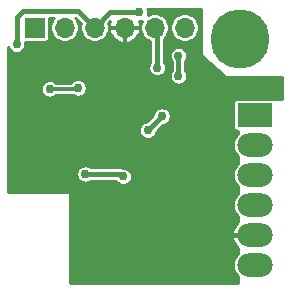
<source format=gbr>
%TF.GenerationSoftware,KiCad,Pcbnew,(5.1.6)-1*%
%TF.CreationDate,2021-08-06T10:58:56-04:00*%
%TF.ProjectId,RemoteTemp - MSP430 - RS422,52656d6f-7465-4546-956d-70202d204d53,rev?*%
%TF.SameCoordinates,Original*%
%TF.FileFunction,Copper,L2,Bot*%
%TF.FilePolarity,Positive*%
%FSLAX46Y46*%
G04 Gerber Fmt 4.6, Leading zero omitted, Abs format (unit mm)*
G04 Created by KiCad (PCBNEW (5.1.6)-1) date 2021-08-06 10:58:56*
%MOMM*%
%LPD*%
G01*
G04 APERTURE LIST*
%TA.AperFunction,ComponentPad*%
%ADD10C,5.000000*%
%TD*%
%TA.AperFunction,ComponentPad*%
%ADD11R,3.000000X2.000000*%
%TD*%
%TA.AperFunction,ComponentPad*%
%ADD12O,3.000000X2.000000*%
%TD*%
%TA.AperFunction,ComponentPad*%
%ADD13R,1.700000X1.700000*%
%TD*%
%TA.AperFunction,ComponentPad*%
%ADD14O,1.700000X1.700000*%
%TD*%
%TA.AperFunction,ViaPad*%
%ADD15C,0.750000*%
%TD*%
%TA.AperFunction,Conductor*%
%ADD16C,0.400000*%
%TD*%
%TA.AperFunction,Conductor*%
%ADD17C,0.300000*%
%TD*%
%TA.AperFunction,Conductor*%
%ADD18C,0.230000*%
%TD*%
G04 APERTURE END LIST*
D10*
%TO.P,H1,1*%
%TO.N,Net-(C8-Pad1)*%
X152000000Y-86000000D03*
%TD*%
D11*
%TO.P,J1,1*%
%TO.N,/RS485A_RS422Y*%
X153300000Y-92400000D03*
D12*
%TO.P,J1,2*%
%TO.N,/RS485B_RS422Z*%
X153300000Y-94940000D03*
%TO.P,J1,3*%
%TO.N,/RS422_A*%
X153300000Y-97480000D03*
%TO.P,J1,4*%
%TO.N,/RS422_B*%
X153300000Y-100020000D03*
%TO.P,J1,5*%
%TO.N,GND*%
X153300000Y-102560000D03*
%TO.P,J1,6*%
%TO.N,VBUS*%
X153300000Y-105100000D03*
%TD*%
D13*
%TO.P,J2,1*%
%TO.N,SBWTCK*%
X134620000Y-85000000D03*
D14*
%TO.P,J2,2*%
%TO.N,SBWTDIO*%
X137160000Y-85000000D03*
%TO.P,J2,3*%
%TO.N,VDD*%
X139700000Y-85000000D03*
%TO.P,J2,4*%
%TO.N,GND*%
X142240000Y-85000000D03*
%TO.P,J2,5*%
%TO.N,UART_RXD*%
X144780000Y-85000000D03*
%TO.P,J2,6*%
%TO.N,UART_TXD*%
X147320000Y-85000000D03*
%TD*%
D15*
%TO.N,GND*%
X138950000Y-99200000D03*
X139550000Y-103749996D03*
X134600000Y-96900000D03*
X139300000Y-89600000D03*
X143700000Y-86300000D03*
X150800000Y-89900000D03*
X149700000Y-88600000D03*
X145500000Y-98900000D03*
X140900000Y-99100000D03*
X141500000Y-100200000D03*
X138500000Y-105900000D03*
X133300000Y-98200000D03*
X151100000Y-101200000D03*
X151100000Y-103800000D03*
X149700000Y-101200000D03*
X148200000Y-101200000D03*
X144700000Y-100600000D03*
X146100000Y-100800000D03*
X146800000Y-103100000D03*
X148200000Y-102300000D03*
X144100000Y-105700000D03*
X146000000Y-86300000D03*
X136400000Y-94800000D03*
X135400000Y-94800000D03*
X134400000Y-94800000D03*
X133400000Y-94800000D03*
X132700000Y-93800000D03*
X133900000Y-93800000D03*
X134900000Y-93800000D03*
X135900000Y-93800000D03*
X133900000Y-95800000D03*
X134900000Y-95800000D03*
X135900000Y-95800000D03*
X132700000Y-95800000D03*
X132700000Y-97200000D03*
X134300000Y-92300000D03*
X133200000Y-92300000D03*
X132700000Y-90800000D03*
X132700000Y-89600000D03*
X132700000Y-88400000D03*
X145400000Y-106200000D03*
X146600000Y-106200000D03*
X147900000Y-106200000D03*
X149200000Y-106200000D03*
X150500000Y-106200000D03*
X142300000Y-91700000D03*
X141400000Y-92500000D03*
X140400000Y-91800002D03*
X154500000Y-90700000D03*
X155000000Y-89700008D03*
X140800000Y-103400000D03*
%TO.N,VDD*%
X133100000Y-86400000D03*
X138900000Y-97400000D03*
X142125000Y-97600000D03*
X143500000Y-83700000D03*
%TO.N,UART_RXD*%
X145000000Y-88400000D03*
%TO.N,RLED*%
X135900000Y-90200000D03*
X138300000Y-90100000D03*
%TO.N,UART_TXD*%
X146800000Y-87400000D03*
X146800000Y-89100000D03*
X144200000Y-93700000D03*
X145399997Y-92500005D03*
%TD*%
D16*
%TO.N,VDD*%
X141000000Y-83700000D02*
X139700000Y-85000000D01*
X143500000Y-83700000D02*
X141000000Y-83700000D01*
X133600000Y-83600000D02*
X138300000Y-83600000D01*
X133100000Y-86400000D02*
X133100000Y-84100000D01*
X138300000Y-83600000D02*
X139700000Y-85000000D01*
X133100000Y-84100000D02*
X133600000Y-83600000D01*
X141925000Y-97400000D02*
X138900000Y-97400000D01*
X142125000Y-97600000D02*
X141925000Y-97400000D01*
%TO.N,UART_RXD*%
X145000000Y-85220000D02*
X144780000Y-85000000D01*
X145000000Y-88400000D02*
X145000000Y-85220000D01*
D17*
%TO.N,RLED*%
X135900000Y-90200000D02*
X138200000Y-90200000D01*
X138200000Y-90200000D02*
X138300000Y-90100000D01*
D16*
%TO.N,UART_TXD*%
X144200002Y-93700000D02*
X145399997Y-92500005D01*
X144200000Y-93700000D02*
X144200002Y-93700000D01*
X146800000Y-89100000D02*
X146800000Y-87400000D01*
%TD*%
D18*
%TO.N,GND*%
G36*
X148685000Y-87254007D02*
G01*
X148688154Y-87280755D01*
X148695521Y-87302061D01*
X148730442Y-87377986D01*
X148744484Y-87400968D01*
X148760080Y-87417246D01*
X150797072Y-89163240D01*
X150811739Y-89173927D01*
X150832015Y-89183783D01*
X150897094Y-89207857D01*
X150914557Y-89212790D01*
X150936992Y-89215000D01*
X155606000Y-89215000D01*
X155606000Y-91085000D01*
X154993455Y-91085000D01*
X154941893Y-91057439D01*
X154872337Y-91036340D01*
X154800000Y-91029215D01*
X151800000Y-91029215D01*
X151727663Y-91036340D01*
X151658107Y-91057439D01*
X151594003Y-91091704D01*
X151537815Y-91137815D01*
X151491704Y-91194003D01*
X151457439Y-91258107D01*
X151436340Y-91327663D01*
X151429215Y-91400000D01*
X151429215Y-93400000D01*
X151436340Y-93472337D01*
X151457439Y-93541893D01*
X151491704Y-93605997D01*
X151537815Y-93662185D01*
X151594003Y-93708296D01*
X151658107Y-93742561D01*
X151727663Y-93763660D01*
X151800000Y-93770785D01*
X151885000Y-93770785D01*
X151885000Y-93919923D01*
X151827287Y-93967287D01*
X151656210Y-94175744D01*
X151529089Y-94413571D01*
X151450808Y-94671629D01*
X151424376Y-94940000D01*
X151450808Y-95208371D01*
X151529089Y-95466429D01*
X151656210Y-95704256D01*
X151827287Y-95912713D01*
X151885000Y-95960077D01*
X151885000Y-96459923D01*
X151827287Y-96507287D01*
X151656210Y-96715744D01*
X151529089Y-96953571D01*
X151450808Y-97211629D01*
X151424376Y-97480000D01*
X151450808Y-97748371D01*
X151529089Y-98006429D01*
X151656210Y-98244256D01*
X151827287Y-98452713D01*
X151885000Y-98500077D01*
X151885000Y-98999923D01*
X151827287Y-99047287D01*
X151656210Y-99255744D01*
X151529089Y-99493571D01*
X151450808Y-99751629D01*
X151424376Y-100020000D01*
X151450808Y-100288371D01*
X151529089Y-100546429D01*
X151656210Y-100784256D01*
X151827287Y-100992713D01*
X151885000Y-101040077D01*
X151885000Y-101420882D01*
X151721662Y-101566515D01*
X151548563Y-101795978D01*
X151423556Y-102054802D01*
X151363637Y-102271754D01*
X151452585Y-102500000D01*
X151885000Y-102500000D01*
X151885000Y-102620000D01*
X151452585Y-102620000D01*
X151363637Y-102848246D01*
X151423556Y-103065198D01*
X151548563Y-103324022D01*
X151721662Y-103553485D01*
X151885000Y-103699118D01*
X151885000Y-104079923D01*
X151827287Y-104127287D01*
X151656210Y-104335744D01*
X151529089Y-104573571D01*
X151450808Y-104831629D01*
X151424376Y-105100000D01*
X151450808Y-105368371D01*
X151529089Y-105626429D01*
X151656210Y-105864256D01*
X151827287Y-106072713D01*
X151885000Y-106120077D01*
X151885000Y-106606000D01*
X137615000Y-106606000D01*
X137615000Y-99100000D01*
X137612790Y-99077565D01*
X137606246Y-99055992D01*
X137576957Y-98985281D01*
X137566330Y-98965398D01*
X137552028Y-98947971D01*
X137534601Y-98933670D01*
X137514719Y-98923043D01*
X137444008Y-98893754D01*
X137422435Y-98887210D01*
X137400000Y-98885000D01*
X132394000Y-98885000D01*
X132394000Y-97326722D01*
X138156000Y-97326722D01*
X138156000Y-97473278D01*
X138184591Y-97617017D01*
X138240676Y-97752416D01*
X138322097Y-97874272D01*
X138425728Y-97977903D01*
X138547584Y-98059324D01*
X138682983Y-98115409D01*
X138826722Y-98144000D01*
X138973278Y-98144000D01*
X139117017Y-98115409D01*
X139252416Y-98059324D01*
X139374272Y-97977903D01*
X139383175Y-97969000D01*
X141476757Y-97969000D01*
X141547097Y-98074272D01*
X141650728Y-98177903D01*
X141772584Y-98259324D01*
X141907983Y-98315409D01*
X142051722Y-98344000D01*
X142198278Y-98344000D01*
X142342017Y-98315409D01*
X142477416Y-98259324D01*
X142599272Y-98177903D01*
X142702903Y-98074272D01*
X142784324Y-97952416D01*
X142840409Y-97817017D01*
X142869000Y-97673278D01*
X142869000Y-97526722D01*
X142840409Y-97382983D01*
X142784324Y-97247584D01*
X142702903Y-97125728D01*
X142599272Y-97022097D01*
X142477416Y-96940676D01*
X142342017Y-96884591D01*
X142198278Y-96856000D01*
X142091816Y-96856000D01*
X142036543Y-96839233D01*
X141952952Y-96831000D01*
X141952942Y-96831000D01*
X141925000Y-96828248D01*
X141897058Y-96831000D01*
X139383175Y-96831000D01*
X139374272Y-96822097D01*
X139252416Y-96740676D01*
X139117017Y-96684591D01*
X138973278Y-96656000D01*
X138826722Y-96656000D01*
X138682983Y-96684591D01*
X138547584Y-96740676D01*
X138425728Y-96822097D01*
X138322097Y-96925728D01*
X138240676Y-97047584D01*
X138184591Y-97182983D01*
X138156000Y-97326722D01*
X132394000Y-97326722D01*
X132394000Y-93626722D01*
X143456000Y-93626722D01*
X143456000Y-93773278D01*
X143484591Y-93917017D01*
X143540676Y-94052416D01*
X143622097Y-94174272D01*
X143725728Y-94277903D01*
X143847584Y-94359324D01*
X143982983Y-94415409D01*
X144126722Y-94444000D01*
X144273278Y-94444000D01*
X144417017Y-94415409D01*
X144552416Y-94359324D01*
X144674272Y-94277903D01*
X144777903Y-94174272D01*
X144859324Y-94052416D01*
X144915409Y-93917017D01*
X144944000Y-93773278D01*
X144944000Y-93760688D01*
X145460684Y-93244005D01*
X145473275Y-93244005D01*
X145617014Y-93215414D01*
X145752413Y-93159329D01*
X145874269Y-93077908D01*
X145977900Y-92974277D01*
X146059321Y-92852421D01*
X146115406Y-92717022D01*
X146143997Y-92573283D01*
X146143997Y-92426727D01*
X146115406Y-92282988D01*
X146059321Y-92147589D01*
X145977900Y-92025733D01*
X145874269Y-91922102D01*
X145752413Y-91840681D01*
X145617014Y-91784596D01*
X145473275Y-91756005D01*
X145326719Y-91756005D01*
X145182980Y-91784596D01*
X145047581Y-91840681D01*
X144925725Y-91922102D01*
X144822094Y-92025733D01*
X144740673Y-92147589D01*
X144684588Y-92282988D01*
X144655997Y-92426727D01*
X144655997Y-92439318D01*
X144139316Y-92956000D01*
X144126722Y-92956000D01*
X143982983Y-92984591D01*
X143847584Y-93040676D01*
X143725728Y-93122097D01*
X143622097Y-93225728D01*
X143540676Y-93347584D01*
X143484591Y-93482983D01*
X143456000Y-93626722D01*
X132394000Y-93626722D01*
X132394000Y-90126722D01*
X135156000Y-90126722D01*
X135156000Y-90273278D01*
X135184591Y-90417017D01*
X135240676Y-90552416D01*
X135322097Y-90674272D01*
X135425728Y-90777903D01*
X135547584Y-90859324D01*
X135682983Y-90915409D01*
X135826722Y-90944000D01*
X135973278Y-90944000D01*
X136117017Y-90915409D01*
X136252416Y-90859324D01*
X136374272Y-90777903D01*
X136433175Y-90719000D01*
X137887234Y-90719000D01*
X137947584Y-90759324D01*
X138082983Y-90815409D01*
X138226722Y-90844000D01*
X138373278Y-90844000D01*
X138517017Y-90815409D01*
X138652416Y-90759324D01*
X138774272Y-90677903D01*
X138877903Y-90574272D01*
X138959324Y-90452416D01*
X139015409Y-90317017D01*
X139044000Y-90173278D01*
X139044000Y-90026722D01*
X139015409Y-89882983D01*
X138959324Y-89747584D01*
X138877903Y-89625728D01*
X138774272Y-89522097D01*
X138652416Y-89440676D01*
X138517017Y-89384591D01*
X138373278Y-89356000D01*
X138226722Y-89356000D01*
X138082983Y-89384591D01*
X137947584Y-89440676D01*
X137825728Y-89522097D01*
X137722097Y-89625728D01*
X137685166Y-89681000D01*
X136433175Y-89681000D01*
X136374272Y-89622097D01*
X136252416Y-89540676D01*
X136117017Y-89484591D01*
X135973278Y-89456000D01*
X135826722Y-89456000D01*
X135682983Y-89484591D01*
X135547584Y-89540676D01*
X135425728Y-89622097D01*
X135322097Y-89725728D01*
X135240676Y-89847584D01*
X135184591Y-89982983D01*
X135156000Y-90126722D01*
X132394000Y-90126722D01*
X132394000Y-86639732D01*
X132440676Y-86752416D01*
X132522097Y-86874272D01*
X132625728Y-86977903D01*
X132747584Y-87059324D01*
X132882983Y-87115409D01*
X133026722Y-87144000D01*
X133173278Y-87144000D01*
X133317017Y-87115409D01*
X133452416Y-87059324D01*
X133574272Y-86977903D01*
X133677903Y-86874272D01*
X133759324Y-86752416D01*
X133815409Y-86617017D01*
X133844000Y-86473278D01*
X133844000Y-86326722D01*
X133822928Y-86220785D01*
X135470000Y-86220785D01*
X135542337Y-86213660D01*
X135611893Y-86192561D01*
X135675997Y-86158296D01*
X135732185Y-86112185D01*
X135778296Y-86055997D01*
X135812561Y-85991893D01*
X135833660Y-85922337D01*
X135840785Y-85850000D01*
X135840785Y-84169000D01*
X136267074Y-84169000D01*
X136213141Y-84222933D01*
X136079736Y-84422587D01*
X135987846Y-84644431D01*
X135941000Y-84879939D01*
X135941000Y-85120061D01*
X135987846Y-85355569D01*
X136079736Y-85577413D01*
X136213141Y-85777067D01*
X136382933Y-85946859D01*
X136582587Y-86080264D01*
X136804431Y-86172154D01*
X137039939Y-86219000D01*
X137280061Y-86219000D01*
X137515569Y-86172154D01*
X137737413Y-86080264D01*
X137937067Y-85946859D01*
X138106859Y-85777067D01*
X138240264Y-85577413D01*
X138332154Y-85355569D01*
X138379000Y-85120061D01*
X138379000Y-84879939D01*
X138332154Y-84644431D01*
X138240264Y-84422587D01*
X138106859Y-84222933D01*
X138052926Y-84169000D01*
X138064314Y-84169000D01*
X138531331Y-84636017D01*
X138527846Y-84644431D01*
X138481000Y-84879939D01*
X138481000Y-85120061D01*
X138527846Y-85355569D01*
X138619736Y-85577413D01*
X138753141Y-85777067D01*
X138922933Y-85946859D01*
X139122587Y-86080264D01*
X139344431Y-86172154D01*
X139579939Y-86219000D01*
X139820061Y-86219000D01*
X140055569Y-86172154D01*
X140277413Y-86080264D01*
X140477067Y-85946859D01*
X140646859Y-85777067D01*
X140780264Y-85577413D01*
X140872154Y-85355569D01*
X140890217Y-85264759D01*
X140951926Y-85264759D01*
X141028328Y-85510963D01*
X141151294Y-85737530D01*
X141316098Y-85935755D01*
X141516407Y-86098019D01*
X141744524Y-86218087D01*
X141975242Y-86288071D01*
X142180000Y-86197247D01*
X142180000Y-85060000D01*
X142300000Y-85060000D01*
X142300000Y-86197247D01*
X142504758Y-86288071D01*
X142735476Y-86218087D01*
X142963593Y-86098019D01*
X143163902Y-85935755D01*
X143328706Y-85737530D01*
X143451672Y-85510963D01*
X143528074Y-85264759D01*
X143437383Y-85060000D01*
X142300000Y-85060000D01*
X142180000Y-85060000D01*
X141042617Y-85060000D01*
X140951926Y-85264759D01*
X140890217Y-85264759D01*
X140919000Y-85120061D01*
X140919000Y-84879939D01*
X140872154Y-84644431D01*
X140868669Y-84636018D01*
X141043375Y-84461312D01*
X141028328Y-84489037D01*
X140951926Y-84735241D01*
X141042617Y-84940000D01*
X142180000Y-84940000D01*
X142180000Y-84920000D01*
X142300000Y-84920000D01*
X142300000Y-84940000D01*
X143437383Y-84940000D01*
X143528074Y-84735241D01*
X143451672Y-84489037D01*
X143427229Y-84444000D01*
X143573278Y-84444000D01*
X143702619Y-84418273D01*
X143699736Y-84422587D01*
X143607846Y-84644431D01*
X143561000Y-84879939D01*
X143561000Y-85120061D01*
X143607846Y-85355569D01*
X143699736Y-85577413D01*
X143833141Y-85777067D01*
X144002933Y-85946859D01*
X144202587Y-86080264D01*
X144424431Y-86172154D01*
X144431001Y-86173461D01*
X144431000Y-87916825D01*
X144422097Y-87925728D01*
X144340676Y-88047584D01*
X144284591Y-88182983D01*
X144256000Y-88326722D01*
X144256000Y-88473278D01*
X144284591Y-88617017D01*
X144340676Y-88752416D01*
X144422097Y-88874272D01*
X144525728Y-88977903D01*
X144647584Y-89059324D01*
X144782983Y-89115409D01*
X144926722Y-89144000D01*
X145073278Y-89144000D01*
X145217017Y-89115409D01*
X145352416Y-89059324D01*
X145474272Y-88977903D01*
X145577903Y-88874272D01*
X145659324Y-88752416D01*
X145715409Y-88617017D01*
X145744000Y-88473278D01*
X145744000Y-88326722D01*
X145715409Y-88182983D01*
X145659324Y-88047584D01*
X145577903Y-87925728D01*
X145569000Y-87916825D01*
X145569000Y-87326722D01*
X146056000Y-87326722D01*
X146056000Y-87473278D01*
X146084591Y-87617017D01*
X146140676Y-87752416D01*
X146222097Y-87874272D01*
X146231001Y-87883176D01*
X146231000Y-88616825D01*
X146222097Y-88625728D01*
X146140676Y-88747584D01*
X146084591Y-88882983D01*
X146056000Y-89026722D01*
X146056000Y-89173278D01*
X146084591Y-89317017D01*
X146140676Y-89452416D01*
X146222097Y-89574272D01*
X146325728Y-89677903D01*
X146447584Y-89759324D01*
X146582983Y-89815409D01*
X146726722Y-89844000D01*
X146873278Y-89844000D01*
X147017017Y-89815409D01*
X147152416Y-89759324D01*
X147274272Y-89677903D01*
X147377903Y-89574272D01*
X147459324Y-89452416D01*
X147515409Y-89317017D01*
X147544000Y-89173278D01*
X147544000Y-89026722D01*
X147515409Y-88882983D01*
X147459324Y-88747584D01*
X147377903Y-88625728D01*
X147369000Y-88616825D01*
X147369000Y-87883175D01*
X147377903Y-87874272D01*
X147459324Y-87752416D01*
X147515409Y-87617017D01*
X147544000Y-87473278D01*
X147544000Y-87326722D01*
X147515409Y-87182983D01*
X147459324Y-87047584D01*
X147377903Y-86925728D01*
X147274272Y-86822097D01*
X147152416Y-86740676D01*
X147017017Y-86684591D01*
X146873278Y-86656000D01*
X146726722Y-86656000D01*
X146582983Y-86684591D01*
X146447584Y-86740676D01*
X146325728Y-86822097D01*
X146222097Y-86925728D01*
X146140676Y-87047584D01*
X146084591Y-87182983D01*
X146056000Y-87326722D01*
X145569000Y-87326722D01*
X145569000Y-85934926D01*
X145726859Y-85777067D01*
X145860264Y-85577413D01*
X145952154Y-85355569D01*
X145999000Y-85120061D01*
X145999000Y-84879939D01*
X146101000Y-84879939D01*
X146101000Y-85120061D01*
X146147846Y-85355569D01*
X146239736Y-85577413D01*
X146373141Y-85777067D01*
X146542933Y-85946859D01*
X146742587Y-86080264D01*
X146964431Y-86172154D01*
X147199939Y-86219000D01*
X147440061Y-86219000D01*
X147675569Y-86172154D01*
X147897413Y-86080264D01*
X148097067Y-85946859D01*
X148266859Y-85777067D01*
X148400264Y-85577413D01*
X148492154Y-85355569D01*
X148539000Y-85120061D01*
X148539000Y-84879939D01*
X148492154Y-84644431D01*
X148400264Y-84422587D01*
X148266859Y-84222933D01*
X148097067Y-84053141D01*
X147897413Y-83919736D01*
X147675569Y-83827846D01*
X147440061Y-83781000D01*
X147199939Y-83781000D01*
X146964431Y-83827846D01*
X146742587Y-83919736D01*
X146542933Y-84053141D01*
X146373141Y-84222933D01*
X146239736Y-84422587D01*
X146147846Y-84644431D01*
X146101000Y-84879939D01*
X145999000Y-84879939D01*
X145952154Y-84644431D01*
X145860264Y-84422587D01*
X145726859Y-84222933D01*
X145557067Y-84053141D01*
X145357413Y-83919736D01*
X145135569Y-83827846D01*
X144900061Y-83781000D01*
X144659939Y-83781000D01*
X144424431Y-83827846D01*
X144215971Y-83914192D01*
X144244000Y-83773278D01*
X144244000Y-83626722D01*
X144215409Y-83482983D01*
X144178550Y-83394000D01*
X148685000Y-83394000D01*
X148685000Y-87254007D01*
G37*
X148685000Y-87254007D02*
X148688154Y-87280755D01*
X148695521Y-87302061D01*
X148730442Y-87377986D01*
X148744484Y-87400968D01*
X148760080Y-87417246D01*
X150797072Y-89163240D01*
X150811739Y-89173927D01*
X150832015Y-89183783D01*
X150897094Y-89207857D01*
X150914557Y-89212790D01*
X150936992Y-89215000D01*
X155606000Y-89215000D01*
X155606000Y-91085000D01*
X154993455Y-91085000D01*
X154941893Y-91057439D01*
X154872337Y-91036340D01*
X154800000Y-91029215D01*
X151800000Y-91029215D01*
X151727663Y-91036340D01*
X151658107Y-91057439D01*
X151594003Y-91091704D01*
X151537815Y-91137815D01*
X151491704Y-91194003D01*
X151457439Y-91258107D01*
X151436340Y-91327663D01*
X151429215Y-91400000D01*
X151429215Y-93400000D01*
X151436340Y-93472337D01*
X151457439Y-93541893D01*
X151491704Y-93605997D01*
X151537815Y-93662185D01*
X151594003Y-93708296D01*
X151658107Y-93742561D01*
X151727663Y-93763660D01*
X151800000Y-93770785D01*
X151885000Y-93770785D01*
X151885000Y-93919923D01*
X151827287Y-93967287D01*
X151656210Y-94175744D01*
X151529089Y-94413571D01*
X151450808Y-94671629D01*
X151424376Y-94940000D01*
X151450808Y-95208371D01*
X151529089Y-95466429D01*
X151656210Y-95704256D01*
X151827287Y-95912713D01*
X151885000Y-95960077D01*
X151885000Y-96459923D01*
X151827287Y-96507287D01*
X151656210Y-96715744D01*
X151529089Y-96953571D01*
X151450808Y-97211629D01*
X151424376Y-97480000D01*
X151450808Y-97748371D01*
X151529089Y-98006429D01*
X151656210Y-98244256D01*
X151827287Y-98452713D01*
X151885000Y-98500077D01*
X151885000Y-98999923D01*
X151827287Y-99047287D01*
X151656210Y-99255744D01*
X151529089Y-99493571D01*
X151450808Y-99751629D01*
X151424376Y-100020000D01*
X151450808Y-100288371D01*
X151529089Y-100546429D01*
X151656210Y-100784256D01*
X151827287Y-100992713D01*
X151885000Y-101040077D01*
X151885000Y-101420882D01*
X151721662Y-101566515D01*
X151548563Y-101795978D01*
X151423556Y-102054802D01*
X151363637Y-102271754D01*
X151452585Y-102500000D01*
X151885000Y-102500000D01*
X151885000Y-102620000D01*
X151452585Y-102620000D01*
X151363637Y-102848246D01*
X151423556Y-103065198D01*
X151548563Y-103324022D01*
X151721662Y-103553485D01*
X151885000Y-103699118D01*
X151885000Y-104079923D01*
X151827287Y-104127287D01*
X151656210Y-104335744D01*
X151529089Y-104573571D01*
X151450808Y-104831629D01*
X151424376Y-105100000D01*
X151450808Y-105368371D01*
X151529089Y-105626429D01*
X151656210Y-105864256D01*
X151827287Y-106072713D01*
X151885000Y-106120077D01*
X151885000Y-106606000D01*
X137615000Y-106606000D01*
X137615000Y-99100000D01*
X137612790Y-99077565D01*
X137606246Y-99055992D01*
X137576957Y-98985281D01*
X137566330Y-98965398D01*
X137552028Y-98947971D01*
X137534601Y-98933670D01*
X137514719Y-98923043D01*
X137444008Y-98893754D01*
X137422435Y-98887210D01*
X137400000Y-98885000D01*
X132394000Y-98885000D01*
X132394000Y-97326722D01*
X138156000Y-97326722D01*
X138156000Y-97473278D01*
X138184591Y-97617017D01*
X138240676Y-97752416D01*
X138322097Y-97874272D01*
X138425728Y-97977903D01*
X138547584Y-98059324D01*
X138682983Y-98115409D01*
X138826722Y-98144000D01*
X138973278Y-98144000D01*
X139117017Y-98115409D01*
X139252416Y-98059324D01*
X139374272Y-97977903D01*
X139383175Y-97969000D01*
X141476757Y-97969000D01*
X141547097Y-98074272D01*
X141650728Y-98177903D01*
X141772584Y-98259324D01*
X141907983Y-98315409D01*
X142051722Y-98344000D01*
X142198278Y-98344000D01*
X142342017Y-98315409D01*
X142477416Y-98259324D01*
X142599272Y-98177903D01*
X142702903Y-98074272D01*
X142784324Y-97952416D01*
X142840409Y-97817017D01*
X142869000Y-97673278D01*
X142869000Y-97526722D01*
X142840409Y-97382983D01*
X142784324Y-97247584D01*
X142702903Y-97125728D01*
X142599272Y-97022097D01*
X142477416Y-96940676D01*
X142342017Y-96884591D01*
X142198278Y-96856000D01*
X142091816Y-96856000D01*
X142036543Y-96839233D01*
X141952952Y-96831000D01*
X141952942Y-96831000D01*
X141925000Y-96828248D01*
X141897058Y-96831000D01*
X139383175Y-96831000D01*
X139374272Y-96822097D01*
X139252416Y-96740676D01*
X139117017Y-96684591D01*
X138973278Y-96656000D01*
X138826722Y-96656000D01*
X138682983Y-96684591D01*
X138547584Y-96740676D01*
X138425728Y-96822097D01*
X138322097Y-96925728D01*
X138240676Y-97047584D01*
X138184591Y-97182983D01*
X138156000Y-97326722D01*
X132394000Y-97326722D01*
X132394000Y-93626722D01*
X143456000Y-93626722D01*
X143456000Y-93773278D01*
X143484591Y-93917017D01*
X143540676Y-94052416D01*
X143622097Y-94174272D01*
X143725728Y-94277903D01*
X143847584Y-94359324D01*
X143982983Y-94415409D01*
X144126722Y-94444000D01*
X144273278Y-94444000D01*
X144417017Y-94415409D01*
X144552416Y-94359324D01*
X144674272Y-94277903D01*
X144777903Y-94174272D01*
X144859324Y-94052416D01*
X144915409Y-93917017D01*
X144944000Y-93773278D01*
X144944000Y-93760688D01*
X145460684Y-93244005D01*
X145473275Y-93244005D01*
X145617014Y-93215414D01*
X145752413Y-93159329D01*
X145874269Y-93077908D01*
X145977900Y-92974277D01*
X146059321Y-92852421D01*
X146115406Y-92717022D01*
X146143997Y-92573283D01*
X146143997Y-92426727D01*
X146115406Y-92282988D01*
X146059321Y-92147589D01*
X145977900Y-92025733D01*
X145874269Y-91922102D01*
X145752413Y-91840681D01*
X145617014Y-91784596D01*
X145473275Y-91756005D01*
X145326719Y-91756005D01*
X145182980Y-91784596D01*
X145047581Y-91840681D01*
X144925725Y-91922102D01*
X144822094Y-92025733D01*
X144740673Y-92147589D01*
X144684588Y-92282988D01*
X144655997Y-92426727D01*
X144655997Y-92439318D01*
X144139316Y-92956000D01*
X144126722Y-92956000D01*
X143982983Y-92984591D01*
X143847584Y-93040676D01*
X143725728Y-93122097D01*
X143622097Y-93225728D01*
X143540676Y-93347584D01*
X143484591Y-93482983D01*
X143456000Y-93626722D01*
X132394000Y-93626722D01*
X132394000Y-90126722D01*
X135156000Y-90126722D01*
X135156000Y-90273278D01*
X135184591Y-90417017D01*
X135240676Y-90552416D01*
X135322097Y-90674272D01*
X135425728Y-90777903D01*
X135547584Y-90859324D01*
X135682983Y-90915409D01*
X135826722Y-90944000D01*
X135973278Y-90944000D01*
X136117017Y-90915409D01*
X136252416Y-90859324D01*
X136374272Y-90777903D01*
X136433175Y-90719000D01*
X137887234Y-90719000D01*
X137947584Y-90759324D01*
X138082983Y-90815409D01*
X138226722Y-90844000D01*
X138373278Y-90844000D01*
X138517017Y-90815409D01*
X138652416Y-90759324D01*
X138774272Y-90677903D01*
X138877903Y-90574272D01*
X138959324Y-90452416D01*
X139015409Y-90317017D01*
X139044000Y-90173278D01*
X139044000Y-90026722D01*
X139015409Y-89882983D01*
X138959324Y-89747584D01*
X138877903Y-89625728D01*
X138774272Y-89522097D01*
X138652416Y-89440676D01*
X138517017Y-89384591D01*
X138373278Y-89356000D01*
X138226722Y-89356000D01*
X138082983Y-89384591D01*
X137947584Y-89440676D01*
X137825728Y-89522097D01*
X137722097Y-89625728D01*
X137685166Y-89681000D01*
X136433175Y-89681000D01*
X136374272Y-89622097D01*
X136252416Y-89540676D01*
X136117017Y-89484591D01*
X135973278Y-89456000D01*
X135826722Y-89456000D01*
X135682983Y-89484591D01*
X135547584Y-89540676D01*
X135425728Y-89622097D01*
X135322097Y-89725728D01*
X135240676Y-89847584D01*
X135184591Y-89982983D01*
X135156000Y-90126722D01*
X132394000Y-90126722D01*
X132394000Y-86639732D01*
X132440676Y-86752416D01*
X132522097Y-86874272D01*
X132625728Y-86977903D01*
X132747584Y-87059324D01*
X132882983Y-87115409D01*
X133026722Y-87144000D01*
X133173278Y-87144000D01*
X133317017Y-87115409D01*
X133452416Y-87059324D01*
X133574272Y-86977903D01*
X133677903Y-86874272D01*
X133759324Y-86752416D01*
X133815409Y-86617017D01*
X133844000Y-86473278D01*
X133844000Y-86326722D01*
X133822928Y-86220785D01*
X135470000Y-86220785D01*
X135542337Y-86213660D01*
X135611893Y-86192561D01*
X135675997Y-86158296D01*
X135732185Y-86112185D01*
X135778296Y-86055997D01*
X135812561Y-85991893D01*
X135833660Y-85922337D01*
X135840785Y-85850000D01*
X135840785Y-84169000D01*
X136267074Y-84169000D01*
X136213141Y-84222933D01*
X136079736Y-84422587D01*
X135987846Y-84644431D01*
X135941000Y-84879939D01*
X135941000Y-85120061D01*
X135987846Y-85355569D01*
X136079736Y-85577413D01*
X136213141Y-85777067D01*
X136382933Y-85946859D01*
X136582587Y-86080264D01*
X136804431Y-86172154D01*
X137039939Y-86219000D01*
X137280061Y-86219000D01*
X137515569Y-86172154D01*
X137737413Y-86080264D01*
X137937067Y-85946859D01*
X138106859Y-85777067D01*
X138240264Y-85577413D01*
X138332154Y-85355569D01*
X138379000Y-85120061D01*
X138379000Y-84879939D01*
X138332154Y-84644431D01*
X138240264Y-84422587D01*
X138106859Y-84222933D01*
X138052926Y-84169000D01*
X138064314Y-84169000D01*
X138531331Y-84636017D01*
X138527846Y-84644431D01*
X138481000Y-84879939D01*
X138481000Y-85120061D01*
X138527846Y-85355569D01*
X138619736Y-85577413D01*
X138753141Y-85777067D01*
X138922933Y-85946859D01*
X139122587Y-86080264D01*
X139344431Y-86172154D01*
X139579939Y-86219000D01*
X139820061Y-86219000D01*
X140055569Y-86172154D01*
X140277413Y-86080264D01*
X140477067Y-85946859D01*
X140646859Y-85777067D01*
X140780264Y-85577413D01*
X140872154Y-85355569D01*
X140890217Y-85264759D01*
X140951926Y-85264759D01*
X141028328Y-85510963D01*
X141151294Y-85737530D01*
X141316098Y-85935755D01*
X141516407Y-86098019D01*
X141744524Y-86218087D01*
X141975242Y-86288071D01*
X142180000Y-86197247D01*
X142180000Y-85060000D01*
X142300000Y-85060000D01*
X142300000Y-86197247D01*
X142504758Y-86288071D01*
X142735476Y-86218087D01*
X142963593Y-86098019D01*
X143163902Y-85935755D01*
X143328706Y-85737530D01*
X143451672Y-85510963D01*
X143528074Y-85264759D01*
X143437383Y-85060000D01*
X142300000Y-85060000D01*
X142180000Y-85060000D01*
X141042617Y-85060000D01*
X140951926Y-85264759D01*
X140890217Y-85264759D01*
X140919000Y-85120061D01*
X140919000Y-84879939D01*
X140872154Y-84644431D01*
X140868669Y-84636018D01*
X141043375Y-84461312D01*
X141028328Y-84489037D01*
X140951926Y-84735241D01*
X141042617Y-84940000D01*
X142180000Y-84940000D01*
X142180000Y-84920000D01*
X142300000Y-84920000D01*
X142300000Y-84940000D01*
X143437383Y-84940000D01*
X143528074Y-84735241D01*
X143451672Y-84489037D01*
X143427229Y-84444000D01*
X143573278Y-84444000D01*
X143702619Y-84418273D01*
X143699736Y-84422587D01*
X143607846Y-84644431D01*
X143561000Y-84879939D01*
X143561000Y-85120061D01*
X143607846Y-85355569D01*
X143699736Y-85577413D01*
X143833141Y-85777067D01*
X144002933Y-85946859D01*
X144202587Y-86080264D01*
X144424431Y-86172154D01*
X144431001Y-86173461D01*
X144431000Y-87916825D01*
X144422097Y-87925728D01*
X144340676Y-88047584D01*
X144284591Y-88182983D01*
X144256000Y-88326722D01*
X144256000Y-88473278D01*
X144284591Y-88617017D01*
X144340676Y-88752416D01*
X144422097Y-88874272D01*
X144525728Y-88977903D01*
X144647584Y-89059324D01*
X144782983Y-89115409D01*
X144926722Y-89144000D01*
X145073278Y-89144000D01*
X145217017Y-89115409D01*
X145352416Y-89059324D01*
X145474272Y-88977903D01*
X145577903Y-88874272D01*
X145659324Y-88752416D01*
X145715409Y-88617017D01*
X145744000Y-88473278D01*
X145744000Y-88326722D01*
X145715409Y-88182983D01*
X145659324Y-88047584D01*
X145577903Y-87925728D01*
X145569000Y-87916825D01*
X145569000Y-87326722D01*
X146056000Y-87326722D01*
X146056000Y-87473278D01*
X146084591Y-87617017D01*
X146140676Y-87752416D01*
X146222097Y-87874272D01*
X146231001Y-87883176D01*
X146231000Y-88616825D01*
X146222097Y-88625728D01*
X146140676Y-88747584D01*
X146084591Y-88882983D01*
X146056000Y-89026722D01*
X146056000Y-89173278D01*
X146084591Y-89317017D01*
X146140676Y-89452416D01*
X146222097Y-89574272D01*
X146325728Y-89677903D01*
X146447584Y-89759324D01*
X146582983Y-89815409D01*
X146726722Y-89844000D01*
X146873278Y-89844000D01*
X147017017Y-89815409D01*
X147152416Y-89759324D01*
X147274272Y-89677903D01*
X147377903Y-89574272D01*
X147459324Y-89452416D01*
X147515409Y-89317017D01*
X147544000Y-89173278D01*
X147544000Y-89026722D01*
X147515409Y-88882983D01*
X147459324Y-88747584D01*
X147377903Y-88625728D01*
X147369000Y-88616825D01*
X147369000Y-87883175D01*
X147377903Y-87874272D01*
X147459324Y-87752416D01*
X147515409Y-87617017D01*
X147544000Y-87473278D01*
X147544000Y-87326722D01*
X147515409Y-87182983D01*
X147459324Y-87047584D01*
X147377903Y-86925728D01*
X147274272Y-86822097D01*
X147152416Y-86740676D01*
X147017017Y-86684591D01*
X146873278Y-86656000D01*
X146726722Y-86656000D01*
X146582983Y-86684591D01*
X146447584Y-86740676D01*
X146325728Y-86822097D01*
X146222097Y-86925728D01*
X146140676Y-87047584D01*
X146084591Y-87182983D01*
X146056000Y-87326722D01*
X145569000Y-87326722D01*
X145569000Y-85934926D01*
X145726859Y-85777067D01*
X145860264Y-85577413D01*
X145952154Y-85355569D01*
X145999000Y-85120061D01*
X145999000Y-84879939D01*
X146101000Y-84879939D01*
X146101000Y-85120061D01*
X146147846Y-85355569D01*
X146239736Y-85577413D01*
X146373141Y-85777067D01*
X146542933Y-85946859D01*
X146742587Y-86080264D01*
X146964431Y-86172154D01*
X147199939Y-86219000D01*
X147440061Y-86219000D01*
X147675569Y-86172154D01*
X147897413Y-86080264D01*
X148097067Y-85946859D01*
X148266859Y-85777067D01*
X148400264Y-85577413D01*
X148492154Y-85355569D01*
X148539000Y-85120061D01*
X148539000Y-84879939D01*
X148492154Y-84644431D01*
X148400264Y-84422587D01*
X148266859Y-84222933D01*
X148097067Y-84053141D01*
X147897413Y-83919736D01*
X147675569Y-83827846D01*
X147440061Y-83781000D01*
X147199939Y-83781000D01*
X146964431Y-83827846D01*
X146742587Y-83919736D01*
X146542933Y-84053141D01*
X146373141Y-84222933D01*
X146239736Y-84422587D01*
X146147846Y-84644431D01*
X146101000Y-84879939D01*
X145999000Y-84879939D01*
X145952154Y-84644431D01*
X145860264Y-84422587D01*
X145726859Y-84222933D01*
X145557067Y-84053141D01*
X145357413Y-83919736D01*
X145135569Y-83827846D01*
X144900061Y-83781000D01*
X144659939Y-83781000D01*
X144424431Y-83827846D01*
X144215971Y-83914192D01*
X144244000Y-83773278D01*
X144244000Y-83626722D01*
X144215409Y-83482983D01*
X144178550Y-83394000D01*
X148685000Y-83394000D01*
X148685000Y-87254007D01*
%TD*%
M02*

</source>
